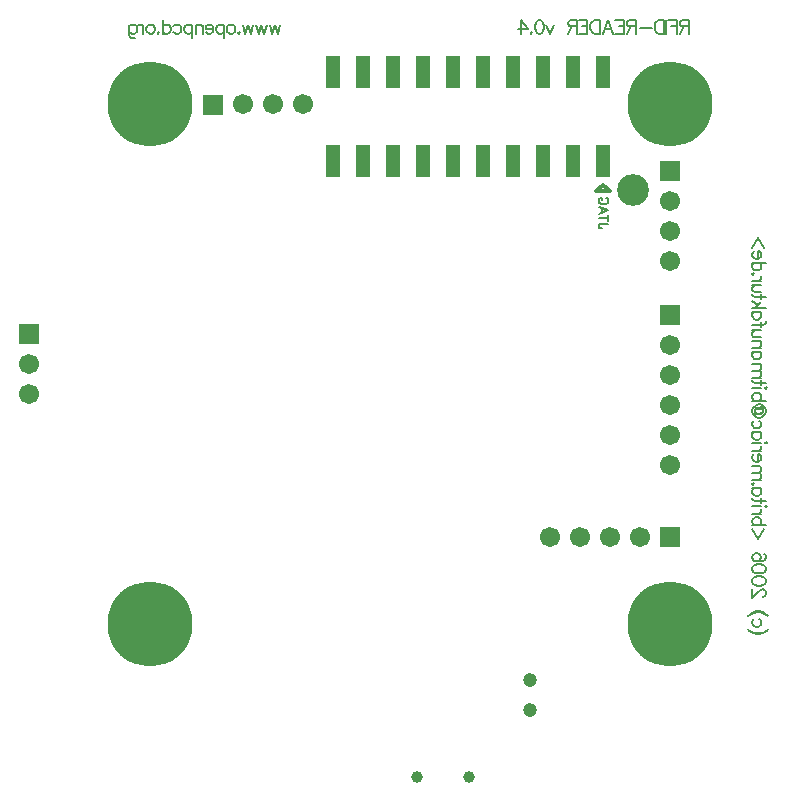
<source format=gbr>
%FSLAX23Y23*%
%MOIN*%
G70*
G01*
G75*
G04 Layer_Color=12566272*
G04 Layer_Color=12566272*
%ADD10C,0.089*%
%ADD11R,0.031X0.039*%
%ADD12R,0.012X0.059*%
%ADD13R,0.059X0.012*%
%ADD14R,0.043X0.039*%
%ADD15R,0.039X0.043*%
%ADD16R,0.087X0.043*%
%ADD17R,0.039X0.039*%
%ADD18R,0.043X0.087*%
%ADD19C,0.047*%
%ADD20R,0.079X0.098*%
%ADD21R,0.098X0.055*%
%ADD22R,0.118X0.055*%
%ADD23R,0.020X0.098*%
%ADD24R,0.039X0.024*%
%ADD25R,0.039X0.020*%
%ADD26R,0.051X0.059*%
%ADD27R,0.094X0.102*%
%ADD28R,0.079X0.020*%
%ADD29R,0.217X0.079*%
%ADD30R,0.059X0.051*%
%ADD31R,0.134X0.069*%
%ADD32R,0.041X0.069*%
%ADD33R,0.041X0.069*%
%ADD34R,0.047X0.024*%
%ADD35R,0.106X0.063*%
%ADD36R,0.079X0.114*%
%ADD37C,0.020*%
%ADD38C,0.012*%
%ADD39C,0.039*%
%ADD40C,0.008*%
%ADD41R,2.402X0.089*%
%ADD42R,0.089X2.411*%
%ADD43R,0.089X1.191*%
%ADD44C,0.098*%
%ADD45R,0.059X0.059*%
%ADD46C,0.059*%
%ADD47C,0.031*%
%ADD48C,0.039*%
%ADD49C,0.276*%
%ADD50C,0.035*%
%ADD51R,0.039X0.098*%
%ADD52C,0.010*%
%ADD53C,0.010*%
%ADD54R,0.039X0.047*%
%ADD55R,0.020X0.067*%
%ADD56R,0.067X0.020*%
%ADD57R,0.051X0.047*%
%ADD58R,0.047X0.051*%
%ADD59R,0.094X0.051*%
%ADD60R,0.047X0.047*%
%ADD61R,0.051X0.094*%
%ADD62C,0.055*%
%ADD63R,0.087X0.106*%
%ADD64R,0.126X0.063*%
%ADD65R,0.028X0.106*%
%ADD66R,0.047X0.031*%
%ADD67R,0.047X0.028*%
%ADD68R,0.059X0.067*%
%ADD69R,0.102X0.110*%
%ADD70R,0.087X0.028*%
%ADD71R,0.224X0.087*%
%ADD72R,0.067X0.059*%
%ADD73R,0.142X0.077*%
%ADD74R,0.049X0.077*%
%ADD75R,0.049X0.077*%
%ADD76R,0.055X0.031*%
%ADD77R,0.114X0.071*%
%ADD78R,0.087X0.122*%
%ADD79C,0.106*%
%ADD80R,0.067X0.067*%
%ADD81C,0.067*%
%ADD82C,0.283*%
%ADD83R,0.047X0.106*%
D19*
X1977Y423D02*
D03*
Y523D02*
D03*
D38*
X2196Y2151D02*
X2243D01*
X2196D02*
X2219Y2174D01*
X2219D02*
X2243Y2151D01*
D40*
X2235Y2044D02*
X2211D01*
X2207Y2042D01*
X2205Y2041D01*
X2204Y2038D01*
Y2035D01*
X2205Y2032D01*
X2207Y2030D01*
X2211Y2029D01*
X2214D01*
X2235Y2062D02*
X2204D01*
X2235Y2052D02*
Y2073D01*
X2204Y2100D02*
X2235Y2088D01*
X2204Y2076D01*
X2214Y2081D02*
Y2096D01*
X2228Y2130D02*
X2231Y2129D01*
X2234Y2126D01*
X2235Y2123D01*
Y2117D01*
X2234Y2114D01*
X2231Y2111D01*
X2228Y2109D01*
X2223Y2108D01*
X2216D01*
X2211Y2109D01*
X2208Y2111D01*
X2205Y2114D01*
X2204Y2117D01*
Y2123D01*
X2205Y2126D01*
X2208Y2129D01*
X2211Y2130D01*
X2216D01*
Y2123D02*
Y2130D01*
X2504Y2722D02*
Y2677D01*
Y2722D02*
X2485D01*
X2478Y2720D01*
X2476Y2718D01*
X2474Y2714D01*
Y2709D01*
X2476Y2705D01*
X2478Y2703D01*
X2485Y2701D01*
X2504D01*
X2489D02*
X2474Y2677D01*
X2464Y2722D02*
Y2677D01*
Y2722D02*
X2436D01*
X2464Y2701D02*
X2446D01*
X2430Y2722D02*
Y2677D01*
X2421Y2722D02*
Y2677D01*
Y2722D02*
X2406D01*
X2399Y2720D01*
X2395Y2716D01*
X2393Y2712D01*
X2391Y2705D01*
Y2694D01*
X2393Y2688D01*
X2395Y2684D01*
X2399Y2679D01*
X2406Y2677D01*
X2421D01*
X2381Y2697D02*
X2342D01*
X2328Y2722D02*
Y2677D01*
Y2722D02*
X2309D01*
X2303Y2720D01*
X2300Y2718D01*
X2298Y2714D01*
Y2709D01*
X2300Y2705D01*
X2303Y2703D01*
X2309Y2701D01*
X2328D01*
X2313D02*
X2298Y2677D01*
X2260Y2722D02*
X2288D01*
Y2677D01*
X2260D01*
X2288Y2701D02*
X2271D01*
X2218Y2677D02*
X2235Y2722D01*
X2253Y2677D01*
X2246Y2692D02*
X2225D01*
X2208Y2722D02*
Y2677D01*
Y2722D02*
X2192D01*
X2186Y2720D01*
X2182Y2716D01*
X2180Y2712D01*
X2177Y2705D01*
Y2694D01*
X2180Y2688D01*
X2182Y2684D01*
X2186Y2679D01*
X2192Y2677D01*
X2208D01*
X2139Y2722D02*
X2167D01*
Y2677D01*
X2139D01*
X2167Y2701D02*
X2150D01*
X2132Y2722D02*
Y2677D01*
Y2722D02*
X2112D01*
X2106Y2720D01*
X2104Y2718D01*
X2102Y2714D01*
Y2709D01*
X2104Y2705D01*
X2106Y2703D01*
X2112Y2701D01*
X2132D01*
X2117D02*
X2102Y2677D01*
X2056Y2707D02*
X2043Y2677D01*
X2030Y2707D02*
X2043Y2677D01*
X2010Y2722D02*
X2016Y2720D01*
X2020Y2714D01*
X2023Y2703D01*
Y2697D01*
X2020Y2686D01*
X2016Y2679D01*
X2010Y2677D01*
X2005D01*
X1999Y2679D01*
X1995Y2686D01*
X1992Y2697D01*
Y2703D01*
X1995Y2714D01*
X1999Y2720D01*
X2005Y2722D01*
X2010D01*
X1980Y2681D02*
X1982Y2679D01*
X1980Y2677D01*
X1978Y2679D01*
X1980Y2681D01*
X1947Y2722D02*
X1968Y2692D01*
X1936D01*
X1947Y2722D02*
Y2677D01*
X1143Y2707D02*
X1134Y2677D01*
X1125Y2707D02*
X1134Y2677D01*
X1125Y2707D02*
X1117Y2677D01*
X1108Y2707D02*
X1117Y2677D01*
X1098Y2707D02*
X1089Y2677D01*
X1080Y2707D02*
X1089Y2677D01*
X1080Y2707D02*
X1072Y2677D01*
X1063Y2707D02*
X1072Y2677D01*
X1053Y2707D02*
X1044Y2677D01*
X1035Y2707D02*
X1044Y2677D01*
X1035Y2707D02*
X1027Y2677D01*
X1018Y2707D02*
X1027Y2677D01*
X1005Y2681D02*
X1008Y2679D01*
X1005Y2677D01*
X1003Y2679D01*
X1005Y2681D01*
X983Y2707D02*
X987Y2705D01*
X991Y2701D01*
X993Y2694D01*
Y2690D01*
X991Y2684D01*
X987Y2679D01*
X983Y2677D01*
X976D01*
X972Y2679D01*
X967Y2684D01*
X965Y2690D01*
Y2694D01*
X967Y2701D01*
X972Y2705D01*
X976Y2707D01*
X983D01*
X955D02*
Y2662D01*
Y2701D02*
X951Y2705D01*
X947Y2707D01*
X940D01*
X936Y2705D01*
X932Y2701D01*
X930Y2694D01*
Y2690D01*
X932Y2684D01*
X936Y2679D01*
X940Y2677D01*
X947D01*
X951Y2679D01*
X955Y2684D01*
X920Y2694D02*
X894D01*
Y2699D01*
X896Y2703D01*
X898Y2705D01*
X903Y2707D01*
X909D01*
X913Y2705D01*
X918Y2701D01*
X920Y2694D01*
Y2690D01*
X918Y2684D01*
X913Y2679D01*
X909Y2677D01*
X903D01*
X898Y2679D01*
X894Y2684D01*
X884Y2707D02*
Y2677D01*
Y2699D02*
X878Y2705D01*
X873Y2707D01*
X867D01*
X863Y2705D01*
X861Y2699D01*
Y2677D01*
X849Y2707D02*
Y2662D01*
Y2701D02*
X844Y2705D01*
X840Y2707D01*
X834D01*
X829Y2705D01*
X825Y2701D01*
X823Y2694D01*
Y2690D01*
X825Y2684D01*
X829Y2679D01*
X834Y2677D01*
X840D01*
X844Y2679D01*
X849Y2684D01*
X787Y2701D02*
X792Y2705D01*
X796Y2707D01*
X802D01*
X807Y2705D01*
X811Y2701D01*
X813Y2694D01*
Y2690D01*
X811Y2684D01*
X807Y2679D01*
X802Y2677D01*
X796D01*
X792Y2679D01*
X787Y2684D01*
X752Y2722D02*
Y2677D01*
Y2701D02*
X756Y2705D01*
X760Y2707D01*
X767D01*
X771Y2705D01*
X775Y2701D01*
X778Y2694D01*
Y2690D01*
X775Y2684D01*
X771Y2679D01*
X767Y2677D01*
X760D01*
X756Y2679D01*
X752Y2684D01*
X737Y2681D02*
X740Y2679D01*
X737Y2677D01*
X735Y2679D01*
X737Y2681D01*
X715Y2707D02*
X719Y2705D01*
X723Y2701D01*
X725Y2694D01*
Y2690D01*
X723Y2684D01*
X719Y2679D01*
X715Y2677D01*
X708D01*
X704Y2679D01*
X700Y2684D01*
X697Y2690D01*
Y2694D01*
X700Y2701D01*
X704Y2705D01*
X708Y2707D01*
X715D01*
X687D02*
Y2677D01*
Y2694D02*
X685Y2701D01*
X681Y2705D01*
X677Y2707D01*
X670D01*
X640D02*
Y2673D01*
X642Y2666D01*
X645Y2664D01*
X649Y2662D01*
X655D01*
X660Y2664D01*
X640Y2701D02*
X645Y2705D01*
X649Y2707D01*
X655D01*
X660Y2705D01*
X664Y2701D01*
X666Y2694D01*
Y2690D01*
X664Y2684D01*
X660Y2679D01*
X655Y2677D01*
X649D01*
X645Y2679D01*
X640Y2684D01*
X2770Y691D02*
X2766Y687D01*
X2760Y683D01*
X2751Y678D01*
X2740Y676D01*
X2732D01*
X2721Y678D01*
X2712Y683D01*
X2706Y687D01*
X2701Y691D01*
X2766Y687D02*
X2757Y683D01*
X2751Y680D01*
X2740Y678D01*
X2732D01*
X2721Y680D01*
X2714Y683D01*
X2706Y687D01*
X2740Y726D02*
X2745Y721D01*
X2747Y717D01*
Y711D01*
X2745Y706D01*
X2740Y702D01*
X2734Y700D01*
X2729D01*
X2723Y702D01*
X2719Y706D01*
X2717Y711D01*
Y717D01*
X2719Y721D01*
X2723Y726D01*
X2770Y735D02*
X2766Y740D01*
X2760Y744D01*
X2751Y748D01*
X2740Y751D01*
X2732D01*
X2721Y748D01*
X2712Y744D01*
X2706Y740D01*
X2701Y735D01*
X2766Y740D02*
X2757Y744D01*
X2751Y746D01*
X2740Y748D01*
X2732D01*
X2721Y746D01*
X2714Y744D01*
X2706Y740D01*
X2751Y799D02*
X2753D01*
X2757Y801D01*
X2760Y804D01*
X2762Y808D01*
Y817D01*
X2760Y821D01*
X2757Y823D01*
X2753Y825D01*
X2749D01*
X2745Y823D01*
X2738Y819D01*
X2717Y797D01*
Y827D01*
X2762Y850D02*
X2760Y844D01*
X2753Y840D01*
X2742Y837D01*
X2736D01*
X2725Y840D01*
X2719Y844D01*
X2717Y850D01*
Y855D01*
X2719Y861D01*
X2725Y865D01*
X2736Y868D01*
X2742D01*
X2753Y865D01*
X2760Y861D01*
X2762Y855D01*
Y850D01*
Y891D02*
X2760Y884D01*
X2753Y880D01*
X2742Y878D01*
X2736D01*
X2725Y880D01*
X2719Y884D01*
X2717Y891D01*
Y895D01*
X2719Y901D01*
X2725Y906D01*
X2736Y908D01*
X2742D01*
X2753Y906D01*
X2760Y901D01*
X2762Y895D01*
Y891D01*
X2755Y944D02*
X2760Y942D01*
X2762Y935D01*
Y931D01*
X2760Y924D01*
X2753Y920D01*
X2742Y918D01*
X2732D01*
X2723Y920D01*
X2719Y924D01*
X2717Y931D01*
Y933D01*
X2719Y940D01*
X2723Y944D01*
X2729Y946D01*
X2732D01*
X2738Y944D01*
X2742Y940D01*
X2745Y933D01*
Y931D01*
X2742Y924D01*
X2738Y920D01*
X2732Y918D01*
X2755Y1026D02*
X2736Y992D01*
X2717Y1026D01*
X2762Y1039D02*
X2717D01*
X2740D02*
X2745Y1043D01*
X2747Y1048D01*
Y1054D01*
X2745Y1058D01*
X2740Y1063D01*
X2734Y1065D01*
X2729D01*
X2723Y1063D01*
X2719Y1058D01*
X2717Y1054D01*
Y1048D01*
X2719Y1043D01*
X2723Y1039D01*
X2747Y1075D02*
X2717D01*
X2734D02*
X2740Y1077D01*
X2745Y1081D01*
X2747Y1085D01*
Y1092D01*
X2762Y1100D02*
X2760Y1102D01*
X2762Y1104D01*
X2764Y1102D01*
X2762Y1100D01*
X2747Y1102D02*
X2717D01*
X2762Y1119D02*
X2725D01*
X2719Y1121D01*
X2717Y1125D01*
Y1130D01*
X2747Y1112D02*
Y1128D01*
Y1162D02*
X2717D01*
X2740D02*
X2745Y1158D01*
X2747Y1153D01*
Y1147D01*
X2745Y1143D01*
X2740Y1138D01*
X2734Y1136D01*
X2729D01*
X2723Y1138D01*
X2719Y1143D01*
X2717Y1147D01*
Y1153D01*
X2719Y1158D01*
X2723Y1162D01*
X2721Y1176D02*
X2719Y1174D01*
X2717Y1176D01*
X2719Y1178D01*
X2721Y1176D01*
X2747Y1188D02*
X2717D01*
X2738D02*
X2745Y1195D01*
X2747Y1199D01*
Y1206D01*
X2745Y1210D01*
X2738Y1212D01*
X2717D01*
X2738D02*
X2745Y1219D01*
X2747Y1223D01*
Y1229D01*
X2745Y1234D01*
X2738Y1236D01*
X2717D01*
X2734Y1250D02*
Y1276D01*
X2738D01*
X2742Y1274D01*
X2745Y1272D01*
X2747Y1267D01*
Y1261D01*
X2745Y1256D01*
X2740Y1252D01*
X2734Y1250D01*
X2729D01*
X2723Y1252D01*
X2719Y1256D01*
X2717Y1261D01*
Y1267D01*
X2719Y1272D01*
X2723Y1276D01*
X2747Y1286D02*
X2717D01*
X2734D02*
X2740Y1288D01*
X2745Y1292D01*
X2747Y1296D01*
Y1303D01*
X2762Y1311D02*
X2760Y1313D01*
X2762Y1316D01*
X2764Y1313D01*
X2762Y1311D01*
X2747Y1313D02*
X2717D01*
X2747Y1349D02*
X2717D01*
X2740D02*
X2745Y1345D01*
X2747Y1341D01*
Y1334D01*
X2745Y1330D01*
X2740Y1326D01*
X2734Y1323D01*
X2729D01*
X2723Y1326D01*
X2719Y1330D01*
X2717Y1334D01*
Y1341D01*
X2719Y1345D01*
X2723Y1349D01*
X2740Y1387D02*
X2745Y1383D01*
X2747Y1379D01*
Y1372D01*
X2745Y1368D01*
X2740Y1364D01*
X2734Y1361D01*
X2729D01*
X2723Y1364D01*
X2719Y1368D01*
X2717Y1372D01*
Y1379D01*
X2719Y1383D01*
X2723Y1387D01*
X2745Y1429D02*
X2749Y1427D01*
X2751Y1423D01*
Y1416D01*
X2749Y1412D01*
X2747Y1410D01*
X2740Y1408D01*
X2734D01*
X2729Y1410D01*
X2727Y1414D01*
Y1421D01*
X2729Y1425D01*
X2734Y1427D01*
X2751Y1416D02*
X2747Y1412D01*
X2740Y1410D01*
X2734D01*
X2729Y1412D01*
X2727Y1414D01*
X2751Y1429D02*
X2734Y1427D01*
X2729D01*
X2727Y1431D01*
Y1436D01*
X2732Y1440D01*
X2738Y1442D01*
X2742D01*
X2749Y1440D01*
X2753Y1438D01*
X2757Y1434D01*
X2760Y1429D01*
X2762Y1423D01*
Y1416D01*
X2760Y1410D01*
X2757Y1406D01*
X2753Y1401D01*
X2749Y1399D01*
X2742Y1397D01*
X2736D01*
X2729Y1399D01*
X2725Y1401D01*
X2721Y1406D01*
X2719Y1410D01*
X2717Y1416D01*
Y1423D01*
X2719Y1429D01*
X2721Y1434D01*
X2723Y1436D01*
X2751Y1431D02*
X2734Y1429D01*
X2729D01*
X2727Y1431D01*
X2762Y1454D02*
X2717D01*
X2740D02*
X2745Y1458D01*
X2747Y1463D01*
Y1469D01*
X2745Y1473D01*
X2740Y1478D01*
X2734Y1480D01*
X2729D01*
X2723Y1478D01*
X2719Y1473D01*
X2717Y1469D01*
Y1463D01*
X2719Y1458D01*
X2723Y1454D01*
X2762Y1494D02*
X2760Y1496D01*
X2762Y1498D01*
X2764Y1496D01*
X2762Y1494D01*
X2747Y1496D02*
X2717D01*
X2762Y1513D02*
X2725D01*
X2719Y1515D01*
X2717Y1519D01*
Y1523D01*
X2747Y1506D02*
Y1521D01*
Y1530D02*
X2717D01*
X2738D02*
X2745Y1536D01*
X2747Y1541D01*
Y1547D01*
X2745Y1551D01*
X2738Y1553D01*
X2717D01*
X2738D02*
X2745Y1560D01*
X2747Y1564D01*
Y1571D01*
X2745Y1575D01*
X2738Y1577D01*
X2717D01*
X2747Y1617D02*
X2717D01*
X2740D02*
X2745Y1613D01*
X2747Y1609D01*
Y1602D01*
X2745Y1598D01*
X2740Y1594D01*
X2734Y1591D01*
X2729D01*
X2723Y1594D01*
X2719Y1598D01*
X2717Y1602D01*
Y1609D01*
X2719Y1613D01*
X2723Y1617D01*
X2747Y1629D02*
X2717D01*
X2738D02*
X2745Y1636D01*
X2747Y1640D01*
Y1647D01*
X2745Y1651D01*
X2738Y1653D01*
X2717D01*
X2747Y1665D02*
X2725D01*
X2719Y1667D01*
X2717Y1671D01*
Y1678D01*
X2719Y1682D01*
X2725Y1689D01*
X2747D02*
X2717D01*
X2762Y1718D02*
Y1713D01*
X2760Y1709D01*
X2753Y1707D01*
X2717D01*
X2747Y1700D02*
Y1716D01*
Y1750D02*
X2717D01*
X2740D02*
X2745Y1746D01*
X2747Y1741D01*
Y1735D01*
X2745Y1731D01*
X2740Y1726D01*
X2734Y1724D01*
X2729D01*
X2723Y1726D01*
X2719Y1731D01*
X2717Y1735D01*
Y1741D01*
X2719Y1746D01*
X2723Y1750D01*
X2762Y1762D02*
X2717D01*
X2747Y1784D02*
X2725Y1762D01*
X2734Y1771D02*
X2717Y1786D01*
X2762Y1799D02*
X2725D01*
X2719Y1802D01*
X2717Y1806D01*
Y1810D01*
X2747Y1793D02*
Y1808D01*
Y1817D02*
X2725D01*
X2719Y1819D01*
X2717Y1823D01*
Y1830D01*
X2719Y1834D01*
X2725Y1840D01*
X2747D02*
X2717D01*
X2747Y1852D02*
X2717D01*
X2734D02*
X2740Y1854D01*
X2745Y1859D01*
X2747Y1863D01*
Y1869D01*
X2721Y1876D02*
X2719Y1874D01*
X2717Y1876D01*
X2719Y1878D01*
X2721Y1876D01*
X2762Y1914D02*
X2717D01*
X2740D02*
X2745Y1909D01*
X2747Y1905D01*
Y1899D01*
X2745Y1894D01*
X2740Y1890D01*
X2734Y1888D01*
X2729D01*
X2723Y1890D01*
X2719Y1894D01*
X2717Y1899D01*
Y1905D01*
X2719Y1909D01*
X2723Y1914D01*
X2734Y1926D02*
Y1952D01*
X2738D01*
X2742Y1949D01*
X2745Y1947D01*
X2747Y1943D01*
Y1937D01*
X2745Y1932D01*
X2740Y1928D01*
X2734Y1926D01*
X2729D01*
X2723Y1928D01*
X2719Y1932D01*
X2717Y1937D01*
Y1943D01*
X2719Y1947D01*
X2723Y1952D01*
X2755Y1961D02*
X2736Y1996D01*
X2717Y1961D01*
D48*
X1599Y199D02*
D03*
X1772D02*
D03*
D79*
X2320Y2157D02*
D03*
D80*
X920Y2440D02*
D03*
X2441Y1740D02*
D03*
X305Y1675D02*
D03*
X2441Y1000D02*
D03*
Y2220D02*
D03*
D81*
X1020Y2441D02*
D03*
X1120D02*
D03*
X1220D02*
D03*
X2441Y1540D02*
D03*
Y1240D02*
D03*
Y1340D02*
D03*
Y1440D02*
D03*
Y1640D02*
D03*
Y1920D02*
D03*
Y2020D02*
D03*
X305Y1475D02*
D03*
Y1575D02*
D03*
X2341Y1000D02*
D03*
X2241D02*
D03*
X2141D02*
D03*
X2041D02*
D03*
X2441Y2120D02*
D03*
D82*
Y2441D02*
D03*
X709D02*
D03*
X2441Y709D02*
D03*
X709D02*
D03*
D83*
X1320Y2549D02*
D03*
Y2254D02*
D03*
X1420Y2549D02*
D03*
Y2254D02*
D03*
X1520Y2549D02*
D03*
Y2254D02*
D03*
X1620Y2549D02*
D03*
Y2254D02*
D03*
X1720Y2549D02*
D03*
Y2254D02*
D03*
X1820Y2549D02*
D03*
Y2254D02*
D03*
X1920Y2549D02*
D03*
Y2254D02*
D03*
X2020Y2549D02*
D03*
Y2254D02*
D03*
X2120Y2549D02*
D03*
Y2254D02*
D03*
X2220Y2549D02*
D03*
Y2254D02*
D03*
M02*

</source>
